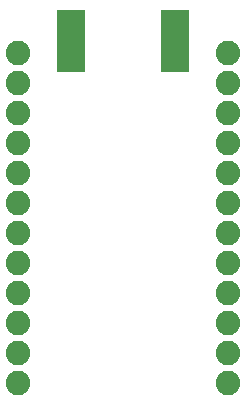
<source format=gbs>
G75*
G70*
%OFA0B0*%
%FSLAX24Y24*%
%IPPOS*%
%LPD*%
%AMOC8*
5,1,8,0,0,1.08239X$1,22.5*
%
%ADD10C,0.0820*%
%ADD11R,0.0980X0.2080*%
D10*
X001487Y001833D03*
X001487Y002833D03*
X001487Y003833D03*
X001487Y004833D03*
X001487Y005833D03*
X001487Y006833D03*
X001487Y007833D03*
X001487Y008833D03*
X001487Y009833D03*
X001487Y010833D03*
X001487Y011833D03*
X001487Y012833D03*
X008487Y012833D03*
X008487Y011833D03*
X008487Y010833D03*
X008487Y009833D03*
X008487Y008833D03*
X008487Y007833D03*
X008487Y006833D03*
X008487Y005833D03*
X008487Y004833D03*
X008487Y003833D03*
X008487Y002833D03*
X008487Y001833D03*
D11*
X006727Y013233D03*
X003247Y013233D03*
M02*

</source>
